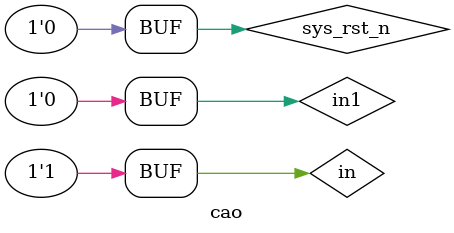
<source format=v>
`timescale 1ns / 1ps


module cao;

	// Inputs
	reg in;
	reg in1;
	reg sys_rst_n;

	// Outputs
	wire k1;
	wire k2;
	wire a;
	wire zhuan1;
	wire zhuan2;
	wire zhuan3;
	wire p1;
	wire p2;
	wire h;
	wire c;
	wire d;
	wire p3;
	wire p4;
	wire p5;
	wire p6;
	wire p7;
	wire p8;

	// Instantiate the Unit Under Test (UUT)
	try uut (
		.in(in), 
		.in1(in1), 
		.sys_rst_n(sys_rst_n), 
		.k1(k1), 
		.k2(k2), 
		.a(a),
		.zhuan1(zhuan1),
		.zhuan2(zhuan2),
		.zhuan3(zhuan3),
		.p1(p1), 
		.p2(p2), 
		.h(h),
		.c(c),
		.d(d),
		.p3(p3), 
		.p4(p4), 
		.p5(p5), 
		.p6(p6), 
		.p7(p7), 
		.p8(p8)
	);

	initial begin
		// Initialize Inputs
		in = 0;
		in1 = 0;
		sys_rst_n = 0;

		// Wait 100 ns for global reset to finish
		#100;
        
		// Add stimulus here
		#40;
		in=1;
		in1=0;
		#40;
		in=1;
		in1=1;
		#40;
		in=1;
		in1=0;
		#40;
		in=0;
		in1=1;
		#40;
		in=1;
		in1=0;
		#40;
		in=0;
		in1=1;
		#40;
		in=1;
		in1=0;
		#40;
		in=0;
		in1=1;
		#40;
		in=1;
		in1=0;
		#40;
		in=0;
		in1=1;
		#40;
		in=1;
		in1=0;
		#40;
		in=1;
		in1=1;
		#40;
		in=1;
		in1=0;
		#40;
		in=0;
		in1=1;
		#40;
		in=1;
		in1=0;
		#40;
		in=0;
		in1=1;
		#40;
		in=1;
		in1=0;
		#40;
		in=1;
		in1=1;
		#40;
		in=1;
		in1=0;
		#40;
		in=0;
		in1=1;
		#40;
		in=1;
		in1=0;
		#40;
		in=0;
		in1=1;
		#40;
		in=1;
		in1=0;

	end
      
endmodule


</source>
